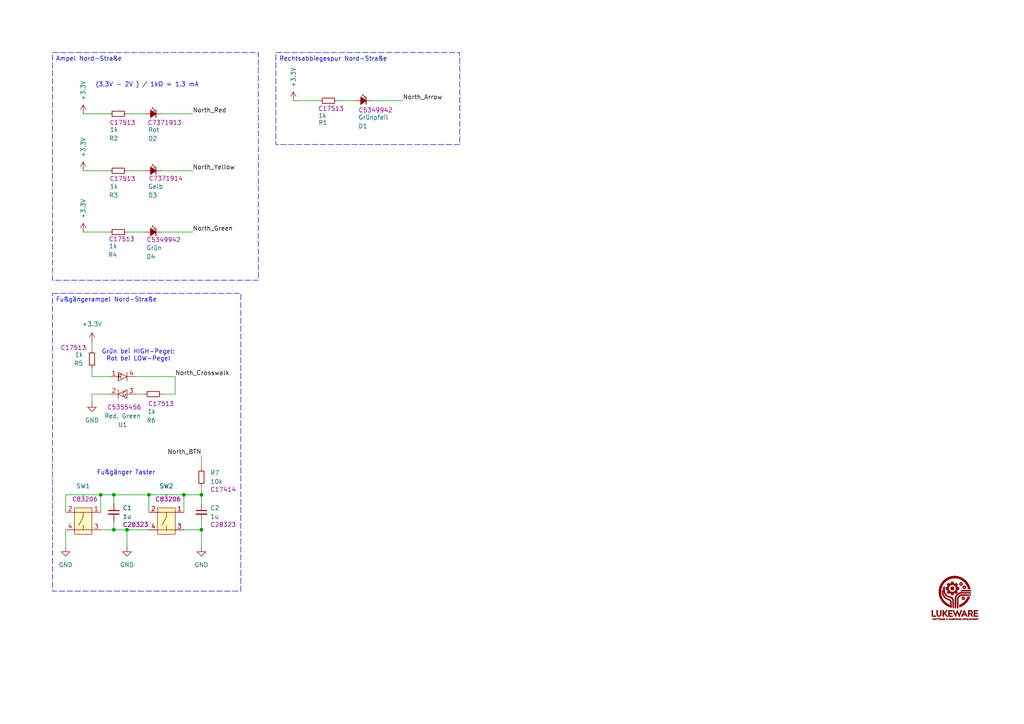
<source format=kicad_sch>
(kicad_sch (version 20231120) (generator "eeschema") (generator_version "8.0")
  (paper "A4")
  (title_block (title "SignalFlowLab") (date "2025-02-26") (rev "V 1.1") (company "LukeWare"))
  (lib_symbols
    (symbol "0_SignalFlowLab:A-SC6302R6AGHC-A03-2T"
      (property "Reference" "U" (at 0 0 0))
      (property "Value" "Red, Green" (at 0 0 0))
      (property "LCSC" " C5355456" (at 0 0 0))
      (symbol "A-SC6302R6AGHC-A03-2T_1_0"
        (pin power_in line (at -1.27 3.81 0) (length 2.54) (name "") (number "1"))
        (pin passive line (at -1.27 8.89 0) (length 2.54) (name "") (number "2"))
        (pin power_in line (at 6.35 8.89 180) (length 2.54) (name "") (number "3"))
        (pin passive line (at 6.35 3.81 180) (length 2.54) (name "") (number "4"))
      )
      (symbol "A-SC6302R6AGHC-A03-2T_1_1"
        (text "G" (at 3.048 8.89 0) (effects (font (size 1.27 1.27))))
        (text "R" (at 1.778 3.81 0) (effects (font (size 1.27 1.27))))
      )
    )
    (symbol "0_SignalFlowLab:K2-6639SP-C4SC-04"
      (property "Reference" "SW" (at 5.08 7.874 0))
      (property "LCSC" " C83206" (at 0 0 0))
      (symbol "K2-6639SP-C4SC-04_0_0"
        (pin passive line (at 0 0 0) (length 2.54) (name "") (number "1"))
        (pin passive line (at 10.16 0 180) (length 2.54) (name "") (number "2"))
        (pin passive line (at 0 5.08 0) (length 2.54) (name "") (number "3"))
        (pin passive line (at 10.16 5.08 180) (length 2.54) (name "") (number "4"))
      )
    )
    (symbol "0_SignalFlowLab:LOGO" (pin_names (offset 1.016)))
    (symbol "Device:C_Small" (pin_numbers hide) (pin_names (offset 0.254) hide)
      (property "Reference" "C" (at 0.254 1.778 0))
      (property "Value" "C_Small" (at 0.254 -2.032 0))
      (symbol "C_Small_1_1"
        (pin passive line (at 0 2.54 270) (length 2.032) (name "~") (number "1"))
        (pin passive line (at 0 -2.54 90) (length 2.032) (name "~") (number "2"))
      )
    )
    (symbol "Device:LED_Small_Filled" (pin_numbers hide) (pin_names (offset 0.254) hide)
      (property "Reference" "D" (at -1.27 3.175 0))
      (property "Value" "LED_Small_Filled" (at -4.445 -2.54 0))
      (symbol "LED_Small_Filled_1_1"
        (pin passive line (at -2.54 0 0) (length 1.778) (name "K") (number "1"))
        (pin passive line (at 2.54 0 180) (length 1.778) (name "A") (number "2"))
      )
    )
    (symbol "Device:R_Small" (pin_numbers hide) (pin_names (offset 0.254) hide)
      (property "Reference" "R" (at 0.762 0.508 0))
      (property "Value" "R_Small" (at 0.762 -1.016 0))
      (symbol "R_Small_1_1"
        (pin passive line (at 0 2.54 270) (length 0.762) (name "~") (number "1"))
        (pin passive line (at 0 -2.54 90) (length 0.762) (name "~") (number "2"))
      )
    )
    (symbol "power:+3.3V" (power) (pin_numbers hide) (pin_names (offset 0) hide)
      (property "Value" "+3.3V" (at 0 3.556 0))
      (symbol "+3.3V_1_1"
        (pin power_in line (at 0 0 90) (length 0) (name "~") (number "1"))
      )
    )
    (symbol "power:GND" (power) (pin_numbers hide) (pin_names (offset 0) hide)
      (property "Value" "GND" (at 0 -3.81 0))
      (symbol "GND_1_1"
        (pin power_in line (at 0 0 270) (length 0) (name "~") (number "1"))
      )
    )
  )
  (junction (at 33.02 153.67))
  (junction (at 58.42 153.67))
  (junction (at 33.02 143.51))
  (junction (at 29.21 143.51))
  (junction (at 43.18 143.51))
  (junction (at 53.34 143.51))
  (junction (at 36.83 153.67))
  (junction (at 58.42 143.51))
  (wire (pts (xy 58.42 151.13) (xy 58.42 153.67)))
  (wire (pts (xy 26.67 114.3) (xy 31.75 114.3)))
  (wire (pts (xy 107.95 29.21) (xy 116.84 29.21)))
  (wire (pts (xy 33.02 151.13) (xy 33.02 153.67)))
  (wire (pts (xy 97.79 29.21) (xy 102.87 29.21)))
  (wire (pts (xy 29.21 143.51) (xy 29.21 148.59)))
  (wire (pts (xy 19.05 143.51) (xy 19.05 148.59)))
  (wire (pts (xy 24.13 49.53) (xy 31.75 49.53)))
  (wire (pts (xy 19.05 153.67) (xy 19.05 158.75)))
  (wire (pts (xy 46.99 49.53) (xy 55.88 49.53)))
  (wire (pts (xy 53.34 153.67) (xy 58.42 153.67)))
  (wire (pts (xy 36.83 33.02) (xy 41.91 33.02)))
  (wire (pts (xy 31.75 109.22) (xy 26.67 109.22)))
  (wire (pts (xy 26.67 116.84) (xy 26.67 114.3)))
  (wire (pts (xy 53.34 143.51) (xy 58.42 143.51)))
  (wire (pts (xy 36.83 49.53) (xy 41.91 49.53)))
  (wire (pts (xy 29.21 143.51) (xy 33.02 143.51)))
  (wire (pts (xy 58.42 153.67) (xy 58.42 158.75)))
  (wire (pts (xy 46.99 114.3) (xy 50.8 114.3)))
  (wire (pts (xy 43.18 143.51) (xy 43.18 148.59)))
  (wire (pts (xy 50.8 109.22) (xy 39.37 109.22)))
  (wire (pts (xy 29.21 153.67) (xy 33.02 153.67)))
  (wire (pts (xy 33.02 143.51) (xy 43.18 143.51)))
  (wire (pts (xy 58.42 132.08) (xy 58.42 135.89)))
  (wire (pts (xy 58.42 140.97) (xy 58.42 143.51)))
  (wire (pts (xy 33.02 153.67) (xy 36.83 153.67)))
  (wire (pts (xy 26.67 99.06) (xy 26.67 101.6)))
  (wire (pts (xy 36.83 67.31) (xy 41.91 67.31)))
  (wire (pts (xy 33.02 143.51) (xy 33.02 146.05)))
  (wire (pts (xy 36.83 153.67) (xy 43.18 153.67)))
  (wire (pts (xy 26.67 106.68) (xy 26.67 109.22)))
  (wire (pts (xy 24.13 33.02) (xy 31.75 33.02)))
  (wire (pts (xy 36.83 153.67) (xy 36.83 158.75)))
  (wire (pts (xy 39.37 114.3) (xy 41.91 114.3)))
  (wire (pts (xy 58.42 146.05) (xy 58.42 143.51)))
  (wire (pts (xy 46.99 33.02) (xy 55.88 33.02)))
  (wire (pts (xy 85.09 29.21) (xy 92.71 29.21)))
  (wire (pts (xy 50.8 114.3) (xy 50.8 109.22)))
  (wire (pts (xy 46.99 67.31) (xy 55.88 67.31)))
  (wire (pts (xy 24.13 67.31) (xy 31.75 67.31)))
  (wire (pts (xy 43.18 143.51) (xy 53.34 143.51)))
  (wire (pts (xy 53.34 143.51) (xy 53.34 148.59)))
  (wire (pts (xy 29.21 143.51) (xy 19.05 143.51)))
  (text_box "Fußgängerampel Nord-Straße" (at 15.24 85.09 0) (size 54.61 86.36) (stroke (width 0) (type dash)) (effects (font (size 1.27 1.27)) (justify left top)))
  (text_box "Rechtsabbiegespur Nord-Straße" (at 80.01 15.24 0) (size 53.34 26.67) (stroke (width 0) (type dash)) (effects (font (size 1.27 1.27)) (justify left top)))
  (text_box "Ampel Nord-Straße" (at 15.24 15.24 0) (size 59.69 66.04) (stroke (width 0) (type dash)) (effects (font (size 1.27 1.27)) (justify left top)))
  (text "Grün bei HIGH-Pegel;\nRot bei LOW-Pegel" (at 40.132 103.124 0) (effects (font (size 1.27 1.27))))
  (text "Fußgänger Taster" (at 36.576 137.16 0) (effects (font (size 1.27 1.27))))
  (text "(3,3V - 2V ) / 1kΩ = 1,3 mA" (at 42.672 24.638 0) (effects (font (size 1.27 1.27))))
  (label "North_Red" (at 55.88 33.02 0))
  (label "North_Crosswalk" (at 50.8 109.22 0))
  (label "North_Arrow" (at 116.84 29.21 0))
  (label "North_Green" (at 55.88 67.31 0))
  (label "North_Yellow" (at 55.88 49.53 0))
  (label "North_BTN" (at 58.42 132.08 180))
  (symbol (lib_id "Device:LED_Small_Filled") (at 44.45 49.53 0) (mirror y) (unit 1)
    (property "Reference" "D3" (at 42.926 56.642 0) (effects (justify right)))
    (property "Value" "Gelb" (at 42.926 54.102 0) (effects (justify right)))
    (property "Footprint" "LED_SMD:LED_0805_2012Metric" (effects (hide yes)))
    (property "Description" "Light emitting diode, small symbol, filled shape" (effects (hide yes)))
    (property "LCSC" " C7371914" (at 42.164 51.7524 0) (effects (justify right)))
  )
  (symbol (lib_id "0_SignalFlowLab:A-SC6302R6AGHC-A03-2T") (at 33.02 105.41 0) (mirror x) (unit 1)
    (property "Reference" "U1" (at 35.56 123.19 0))
    (property "Value" "Red, Green" (at 35.56 120.65 0))
    (property "Footprint" "0_SignalFlowLab:A-SC6302R6AGHC-A03-2T" (effects (hide yes)))
    (property "Description" "Colorless transparent lens -40℃~+85℃ Positive Stick Red,Green 120° SMD-4P,3.5x2.8mm LED Indication - Discrete ROHS" (effects (hide yes)))
    (property "LCSC" " C5355456" (at 35.56 118.11 0))
  )
  (symbol (lib_id "0_SignalFlowLab:K2-6639SP-C4SC-04") (at 29.21 148.59 180) (unit 1)
    (property "Reference" "SW1" (at 24.13 140.97 0))
    (property "Value" "~" (at 24.13 143.51 0))
    (property "Footprint" "0_SignalFlowLab:K2-6639SP-C4SC-04" (effects (hide yes)))
    (property "Description" "6mm 5mm Round Button 50mA Standing paste 6mm SPST 100MΩ 1,000,000 Times 250gf 12V SMD Tactile Switches ROHS" (effects (hide yes)))
    (property "LCSC" " C83206" (at 24.13 144.78 0))
  )
  (symbol (lib_id "power:GND") (at 58.42 158.75 0) (unit 1)
    (property "Reference" "#PWR016" (effects (hide yes)))
    (property "Value" "GND" (at 58.42 163.83 0))
    (property "Description" "Power symbol creates a global label with name \"GND\" , ground" (effects (hide yes)))
  )
  (symbol (lib_id "power:+3.3V") (at 85.09 29.21 0) (unit 1)
    (property "Reference" "#PWR013" (effects (hide yes)))
    (property "Value" "+3.3V" (at 85.0899 25.4 90) (effects (justify left)))
    (property "Description" "Power symbol creates a global label with name \"+3.3V\"" (effects (hide yes)))
  )
  (symbol (lib_id "0_SignalFlowLab:K2-6639SP-C4SC-04") (at 53.34 148.59 180) (unit 1)
    (property "Reference" "SW2" (at 48.26 140.97 0))
    (property "Value" "~" (at 48.26 143.51 0))
    (property "Footprint" "0_SignalFlowLab:K2-6639SP-C4SC-04" (effects (hide yes)))
    (property "Description" "6mm 5mm Round Button 50mA Standing paste 6mm SPST 100MΩ 1,000,000 Times 250gf 12V SMD Tactile Switches ROHS" (effects (hide yes)))
    (property "LCSC" " C83206" (at 48.26 144.78 0))
  )
  (symbol (lib_id "0_SignalFlowLab:LOGO") (at 276.86 173.99 0) (unit 1)
    (property "Reference" "#G2" (effects (hide yes)))
    (property "Value" "LOGO" (effects (hide yes)))
  )
  (symbol (lib_id "Device:R_Small") (at 34.29 33.02 90) (mirror x) (unit 1)
    (property "Reference" "R2" (at 34.29 40.132 90) (effects (justify left)))
    (property "Value" "1k" (at 34.29 37.592 90) (effects (justify left)))
    (property "Footprint" "Resistor_SMD:R_0805_2012Metric" (effects (hide yes)))
    (property "Description" "Resistor, small symbol" (effects (hide yes)))
    (property "LCSC" " C17513" (at 35.052 35.56 90))
  )
  (symbol (lib_id "Device:R_Small") (at 26.67 104.14 180) (unit 1)
    (property "Reference" "R5" (at 24.13 105.4101 0) (effects (justify left)))
    (property "Value" "1k" (at 24.13 102.8701 0) (effects (justify left)))
    (property "Footprint" "Resistor_SMD:R_0805_2012Metric" (effects (hide yes)))
    (property "Description" "Resistor, small symbol" (effects (hide yes)))
    (property "LCSC" " C17513" (at 20.828 100.838 0))
  )
  (symbol (lib_id "power:GND") (at 36.83 158.75 0) (unit 1)
    (property "Reference" "#PWR018" (effects (hide yes)))
    (property "Value" "GND" (at 36.83 163.83 0))
    (property "Description" "Power symbol creates a global label with name \"GND\" , ground" (effects (hide yes)))
  )
  (symbol (lib_id "Device:LED_Small_Filled") (at 105.41 29.21 0) (mirror y) (unit 1)
    (property "Reference" "D1" (at 103.886 36.576 0) (effects (justify right)))
    (property "Value" "Grünpfeil" (at 103.886 34.036 0) (effects (justify right)))
    (property "Footprint" "LED_SMD:LED_0805_2012Metric" (effects (hide yes)))
    (property "Description" "Light emitting diode, small symbol, filled shape" (effects (hide yes)))
    (property "LCSC" " C5349942" (at 108.458 31.9404 0))
  )
  (symbol (lib_id "Device:C_Small") (at 33.02 148.59 0) (unit 1)
    (property "Reference" "C1" (at 35.56 147.3262 0) (effects (justify left)))
    (property "Value" "1u" (at 35.56 149.8662 0) (effects (justify left)))
    (property "Footprint" "Capacitor_SMD:C_0805_2012Metric" (effects (hide yes)))
    (property "Description" "Unpolarized capacitor, small symbol" (effects (hide yes)))
    (property "LCSC" " C28323" (at 38.862 152.146 0))
  )
  (symbol (lib_id "Device:R_Small") (at 34.29 49.53 90) (mirror x) (unit 1)
    (property "Reference" "R3" (at 34.29 56.642 90) (effects (justify left)))
    (property "Value" "1k" (at 34.29 54.102 90) (effects (justify left)))
    (property "Footprint" "Resistor_SMD:R_0805_2012Metric" (effects (hide yes)))
    (property "Description" "Resistor, small symbol" (effects (hide yes)))
    (property "LCSC" " C17513" (at 35.052 51.816 90))
  )
  (symbol (lib_id "power:GND") (at 19.05 158.75 0) (unit 1)
    (property "Reference" "#PWR017" (effects (hide yes)))
    (property "Value" "GND" (at 19.05 163.83 0))
    (property "Description" "Power symbol creates a global label with name \"GND\" , ground" (effects (hide yes)))
  )
  (symbol (lib_id "Device:C_Small") (at 58.42 148.59 0) (unit 1)
    (property "Reference" "C2" (at 60.96 147.3262 0) (effects (justify left)))
    (property "Value" "1u" (at 60.96 149.8662 0) (effects (justify left)))
    (property "Footprint" "Capacitor_SMD:C_0805_2012Metric" (effects (hide yes)))
    (property "Description" "Unpolarized capacitor, small symbol" (effects (hide yes)))
    (property "LCSC" " C28323" (at 64.262 152.146 0))
  )
  (symbol (lib_id "power:+3.3V") (at 24.13 33.02 0) (unit 1)
    (property "Reference" "#PWR0101" (effects (hide yes)))
    (property "Value" "+3.3V" (at 24.1299 29.21 90) (effects (justify left)))
    (property "Description" "Power symbol creates a global label with name \"+3.3V\"" (effects (hide yes)))
  )
  (symbol (lib_id "Device:LED_Small_Filled") (at 44.45 33.02 0) (mirror y) (unit 1)
    (property "Reference" "D2" (at 42.926 40.1956 0) (effects (justify right)))
    (property "Value" "Rot" (at 42.926 37.6556 0) (effects (justify right)))
    (property "Footprint" "LED_SMD:LED_0805_2012Metric" (effects (hide yes)))
    (property "Description" "Light emitting diode, small symbol, filled shape" (effects (hide yes)))
    (property "LCSC" "C7371913" (at 47.752 35.56 0))
  )
  (symbol (lib_id "power:+3.3V") (at 24.13 67.31 0) (unit 1)
    (property "Reference" "#PWR012" (effects (hide yes)))
    (property "Value" "+3.3V" (at 24.1299 63.5 90) (effects (justify left)))
    (property "Description" "Power symbol creates a global label with name \"+3.3V\"" (effects (hide yes)))
  )
  (symbol (lib_id "power:+3.3V") (at 26.67 99.06 0) (unit 1)
    (property "Reference" "#PWR014" (effects (hide yes)))
    (property "Value" "+3.3V" (at 26.67 93.98 0))
    (property "Description" "Power symbol creates a global label with name \"+3.3V\"" (effects (hide yes)))
  )
  (symbol (lib_id "Device:R_Small") (at 44.45 114.3 90) (mirror x) (unit 1)
    (property "Reference" "R6" (at 45.212 121.92 90) (effects (justify left)))
    (property "Value" "1k" (at 45.212 119.38 90) (effects (justify left)))
    (property "Footprint" "Resistor_SMD:R_0805_2012Metric" (effects (hide yes)))
    (property "Description" "Resistor, small symbol" (effects (hide yes)))
    (property "LCSC" " C17513" (at 46.228 117.094 90))
  )
  (symbol (lib_id "Device:R_Small") (at 58.42 138.43 0) (unit 1)
    (property "Reference" "R7" (at 60.96 137.1599 0) (effects (justify left)))
    (property "Value" "10k" (at 60.96 139.6999 0) (effects (justify left)))
    (property "Footprint" "Resistor_SMD:R_0805_2012Metric" (effects (hide yes)))
    (property "Description" "Resistor, small symbol" (effects (hide yes)))
    (property "LCSC" " C17414" (at 64.262 141.986 0))
  )
  (symbol (lib_id "Device:R_Small") (at 34.29 67.31 90) (mirror x) (unit 1)
    (property "Reference" "R4" (at 34.036 73.914 90) (effects (justify left)))
    (property "Value" "1k" (at 34.036 71.374 90) (effects (justify left)))
    (property "Footprint" "Resistor_SMD:R_0805_2012Metric" (effects (hide yes)))
    (property "Description" "Resistor, small symbol" (effects (hide yes)))
    (property "LCSC" " C17513" (at 34.798 69.3419 90))
  )
  (symbol (lib_id "power:+3.3V") (at 24.13 49.53 0) (unit 1)
    (property "Reference" "#PWR011" (effects (hide yes)))
    (property "Value" "+3.3V" (at 24.1299 45.72 90) (effects (justify left)))
    (property "Description" "Power symbol creates a global label with name \"+3.3V\"" (effects (hide yes)))
  )
  (symbol (lib_id "Device:LED_Small_Filled") (at 44.45 67.31 0) (mirror y) (unit 1)
    (property "Reference" "D4" (at 42.418 74.422 0) (effects (justify right)))
    (property "Value" "Grün" (at 42.418 71.882 0) (effects (justify right)))
    (property "Footprint" "LED_SMD:LED_0805_2012Metric" (effects (hide yes)))
    (property "Description" "Light emitting diode, small symbol, filled shape" (effects (hide yes)))
    (property "LCSC" " C5349942" (at 46.99 69.5324 0))
  )
  (symbol (lib_id "Device:R_Small") (at 95.25 29.21 90) (mirror x) (unit 1)
    (property "Reference" "R1" (at 94.996 35.56 90) (effects (justify left)))
    (property "Value" "1k" (at 94.742 33.528 90) (effects (justify left)))
    (property "Footprint" "Resistor_SMD:R_0805_2012Metric" (effects (hide yes)))
    (property "Description" "Resistor, small symbol" (effects (hide yes)))
    (property "LCSC" " C17513" (at 95.504 31.4959 90))
  )
  (symbol (lib_id "power:GND") (at 26.67 116.84 0) (unit 1)
    (property "Reference" "#PWR0102" (effects (hide yes)))
    (property "Value" "GND" (at 26.67 121.92 0))
    (property "Description" "Power symbol creates a global label with name \"GND\" , ground" (effects (hide yes)))
  )
)
</source>
